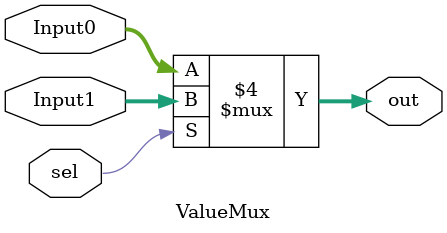
<source format=v>
`timescale 1ns / 1ps
module ValueMux(
    input [4:0] Input0,
    input [4:0] Input1,
    input sel,
    output reg [4:0] out
    );

always @ (*) 
begin
	if (sel == 0) 
	begin
		out <= Input0;
	end
	else
	begin
		out <= Input1;
	end
end

endmodule

</source>
